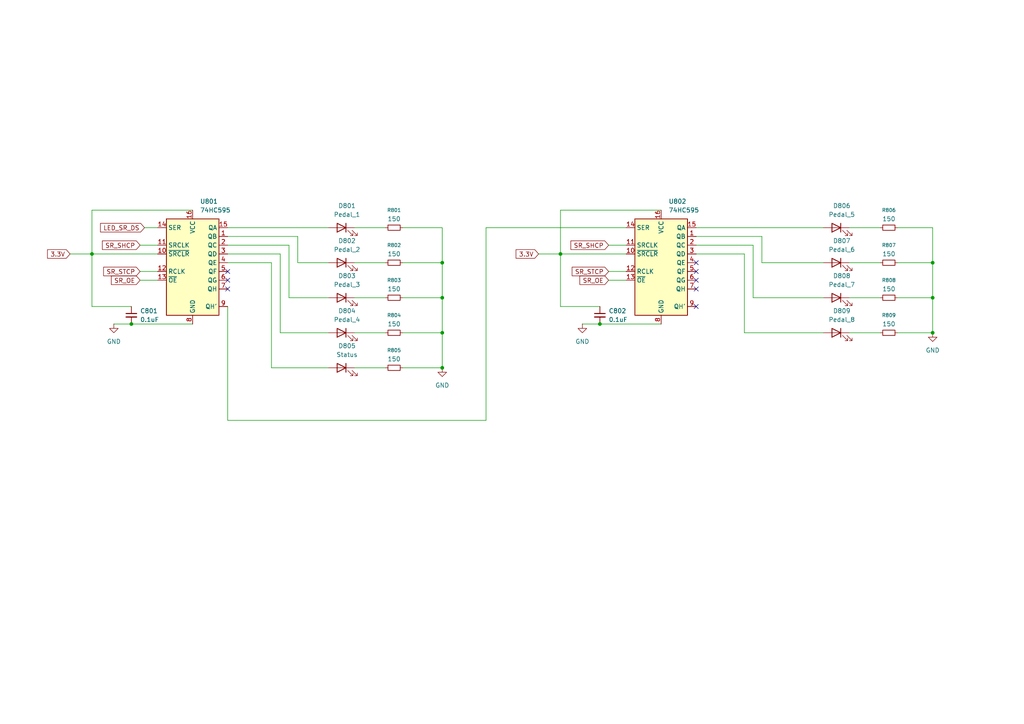
<source format=kicad_sch>
(kicad_sch (version 20250114) (generator "eeschema") (generator_version "9.0")
  (paper "A4")
  (lib_symbols
    (symbol "74xx:74HC595"
      (property "Reference" "U" (at -7.62 13.97 0))
      (property "Value" "74HC595" (at -7.62 -16.51 0))
      (symbol "74HC595_1_0"
        (pin input line (at -10.16 10.16 0) (length 2.54) (name "SER") (number "14"))
        (pin input line (at -10.16 5.08 0) (length 2.54) (name "SRCLK") (number "11"))
        (pin input line (at -10.16 2.54 0) (length 2.54) (name "~{SRCLR}") (number "10"))
        (pin input line (at -10.16 -2.54 0) (length 2.54) (name "RCLK") (number "12"))
        (pin input line (at -10.16 -5.08 0) (length 2.54) (name "~{OE}") (number "13"))
        (pin power_in line (at 0 15.24 270) (length 2.54) (name "VCC") (number "16"))
        (pin power_in line (at 0 -17.78 90) (length 2.54) (name "GND") (number "8"))
        (pin tri_state line (at 10.16 10.16 180) (length 2.54) (name "QA") (number "15"))
        (pin tri_state line (at 10.16 7.62 180) (length 2.54) (name "QB") (number "1"))
        (pin tri_state line (at 10.16 5.08 180) (length 2.54) (name "QC") (number "2"))
        (pin tri_state line (at 10.16 2.54 180) (length 2.54) (name "QD") (number "3"))
        (pin tri_state line (at 10.16 0 180) (length 2.54) (name "QE") (number "4"))
        (pin tri_state line (at 10.16 -2.54 180) (length 2.54) (name "QF") (number "5"))
        (pin tri_state line (at 10.16 -5.08 180) (length 2.54) (name "QG") (number "6"))
        (pin tri_state line (at 10.16 -7.62 180) (length 2.54) (name "QH") (number "7"))
        (pin output line (at 10.16 -12.7 180) (length 2.54) (name "QH'") (number "9"))
      )
      (symbol "74HC595_1_1"
        (rectangle (start -7.62 12.7) (end 7.62 -15.24) (stroke (width 0.254)) (fill (type background)))
      )
    )
    (symbol "Device:C_Small" (pin_numbers (hide yes)) (pin_names (offset 0.254) (hide yes))
      (property "Reference" "C" (at 0.254 1.778 0))
      (property "Value" "C_Small" (at 0.254 -2.032 0))
      (symbol "C_Small_0_1"
        (polyline (pts (xy -1.524 0.508) (xy 1.524 0.508)) (stroke (width 0.3048)))
        (polyline (pts (xy -1.524 -0.508) (xy 1.524 -0.508)) (stroke (width 0.3302)))
      )
      (symbol "C_Small_1_1"
        (pin passive line (at 0 2.54 270) (length 2.032) (name "~") (number "1"))
        (pin passive line (at 0 -2.54 90) (length 2.032) (name "~") (number "2"))
      )
    )
    (symbol "Device:LED" (pin_numbers (hide yes)) (pin_names (offset 1.016) (hide yes))
      (property "Reference" "D" (at 0 2.54 0))
      (property "Value" "LED" (at 0 -2.54 0))
      (symbol "LED_0_1"
        (polyline (pts (xy -3.048 -0.762) (xy -4.572 -2.286) (xy -3.81 -2.286) (xy -4.572 -2.286) (xy -4.572 -1.524)))
        (polyline (pts (xy -1.778 -0.762) (xy -3.302 -2.286) (xy -2.54 -2.286) (xy -3.302 -2.286) (xy -3.302 -1.524)))
        (polyline (pts (xy -1.27 0) (xy 1.27 0)))
        (polyline (pts (xy -1.27 -1.27) (xy -1.27 1.27)) (stroke (width 0.254)))
        (polyline (pts (xy 1.27 -1.27) (xy 1.27 1.27) (xy -1.27 0) (xy 1.27 -1.27)) (stroke (width 0.254)))
      )
      (symbol "LED_1_1"
        (pin passive line (at -3.81 0 0) (length 2.54) (name "K") (number "1"))
        (pin passive line (at 3.81 0 180) (length 2.54) (name "A") (number "2"))
      )
    )
    (symbol "Device:R_Small" (pin_numbers (hide yes)) (pin_names (offset 0.254) (hide yes))
      (property "Reference" "R" (at 0 0 90))
      (property "Value" "R_Small" (at 1.778 0 90))
      (symbol "R_Small_0_1"
        (rectangle (start -0.762 1.778) (end 0.762 -1.778) (stroke (width 0.2032)))
      )
      (symbol "R_Small_1_1"
        (pin passive line (at 0 2.54 270) (length 0.762) (name "~") (number "1"))
        (pin passive line (at 0 -2.54 90) (length 0.762) (name "~") (number "2"))
      )
    )
    (symbol "GND_1" (power) (pin_numbers (hide yes)) (pin_names (offset 0) (hide yes))
      (property "Value" "GND" (at 0 -3.81 0))
      (symbol "GND_1_0_1"
        (polyline (pts (xy 0 0) (xy 0 -1.27) (xy 1.27 -1.27) (xy 0 -2.54) (xy -1.27 -1.27) (xy 0 -1.27)))
      )
      (symbol "GND_1_1_1"
        (pin power_in line (at 0 0 270) (length 0) (name "~") (number "1"))
      )
    )
    (symbol "power:GND" (power) (pin_numbers (hide yes)) (pin_names (offset 0) (hide yes))
      (property "Value" "GND" (at 0 -3.81 0))
      (symbol "GND_0_1"
        (polyline (pts (xy 0 0) (xy 0 -1.27) (xy 1.27 -1.27) (xy 0 -2.54) (xy -1.27 -1.27) (xy 0 -1.27)))
      )
      (symbol "GND_1_1"
        (pin power_in line (at 0 0 270) (length 0) (name "~") (number "1"))
      )
    )
  )
  (junction (at 162.56 73.66))
  (junction (at 128.27 96.52))
  (junction (at 270.51 76.2))
  (junction (at 26.67 73.66))
  (junction (at 128.27 86.36))
  (junction (at 128.27 76.2))
  (junction (at 270.51 96.52))
  (junction (at 128.27 106.68))
  (junction (at 38.1 93.98))
  (junction (at 173.99 93.98))
  (junction (at 270.51 86.36))
  (no_connect (at 201.93 81.28))
  (no_connect (at 66.04 83.82))
  (no_connect (at 66.04 81.28))
  (no_connect (at 201.93 76.2))
  (no_connect (at 201.93 78.74))
  (no_connect (at 201.93 88.9))
  (no_connect (at 66.04 78.74))
  (no_connect (at 201.93 83.82))
  (wire (pts (xy 83.82 71.12) (xy 66.04 71.12)))
  (wire (pts (xy 66.04 88.9) (xy 66.04 121.92)))
  (wire (pts (xy 38.1 88.9) (xy 26.67 88.9)))
  (wire (pts (xy 55.88 60.96) (xy 26.67 60.96)))
  (wire (pts (xy 95.25 86.36) (xy 83.82 86.36)))
  (wire (pts (xy 162.56 73.66) (xy 162.56 88.9)))
  (wire (pts (xy 246.38 66.04) (xy 255.27 66.04)))
  (wire (pts (xy 83.82 86.36) (xy 83.82 71.12)))
  (wire (pts (xy 246.38 96.52) (xy 255.27 96.52)))
  (wire (pts (xy 238.76 96.52) (xy 215.9 96.52)))
  (wire (pts (xy 26.67 73.66) (xy 45.72 73.66)))
  (wire (pts (xy 41.91 66.04) (xy 45.72 66.04)))
  (wire (pts (xy 81.28 96.52) (xy 81.28 73.66)))
  (wire (pts (xy 270.51 76.2) (xy 270.51 86.36)))
  (wire (pts (xy 181.61 71.12) (xy 176.53 71.12)))
  (wire (pts (xy 260.35 86.36) (xy 270.51 86.36)))
  (wire (pts (xy 95.25 76.2) (xy 86.36 76.2)))
  (wire (pts (xy 33.02 93.98) (xy 38.1 93.98)))
  (wire (pts (xy 66.04 121.92) (xy 140.97 121.92)))
  (wire (pts (xy 246.38 76.2) (xy 255.27 76.2)))
  (wire (pts (xy 191.77 60.96) (xy 162.56 60.96)))
  (wire (pts (xy 246.38 86.36) (xy 255.27 86.36)))
  (wire (pts (xy 102.87 86.36) (xy 111.76 86.36)))
  (wire (pts (xy 116.84 96.52) (xy 128.27 96.52)))
  (wire (pts (xy 102.87 96.52) (xy 111.76 96.52)))
  (wire (pts (xy 220.98 76.2) (xy 220.98 68.58)))
  (wire (pts (xy 38.1 93.98) (xy 55.88 93.98)))
  (wire (pts (xy 66.04 66.04) (xy 95.25 66.04)))
  (wire (pts (xy 45.72 71.12) (xy 40.64 71.12)))
  (wire (pts (xy 116.84 66.04) (xy 128.27 66.04)))
  (wire (pts (xy 128.27 76.2) (xy 128.27 86.36)))
  (wire (pts (xy 176.53 78.74) (xy 181.61 78.74)))
  (wire (pts (xy 176.53 81.28) (xy 181.61 81.28)))
  (wire (pts (xy 238.76 76.2) (xy 220.98 76.2)))
  (wire (pts (xy 168.91 93.98) (xy 173.99 93.98)))
  (wire (pts (xy 95.25 96.52) (xy 81.28 96.52)))
  (wire (pts (xy 270.51 86.36) (xy 270.51 96.52)))
  (wire (pts (xy 128.27 86.36) (xy 128.27 96.52)))
  (wire (pts (xy 270.51 66.04) (xy 270.51 76.2)))
  (wire (pts (xy 140.97 121.92) (xy 140.97 66.04)))
  (wire (pts (xy 173.99 93.98) (xy 191.77 93.98)))
  (wire (pts (xy 86.36 76.2) (xy 86.36 68.58)))
  (wire (pts (xy 78.74 106.68) (xy 78.74 76.2)))
  (wire (pts (xy 116.84 86.36) (xy 128.27 86.36)))
  (wire (pts (xy 260.35 96.52) (xy 270.51 96.52)))
  (wire (pts (xy 78.74 76.2) (xy 66.04 76.2)))
  (wire (pts (xy 102.87 106.68) (xy 111.76 106.68)))
  (wire (pts (xy 128.27 66.04) (xy 128.27 76.2)))
  (wire (pts (xy 20.32 73.66) (xy 26.67 73.66)))
  (wire (pts (xy 260.35 66.04) (xy 270.51 66.04)))
  (wire (pts (xy 173.99 88.9) (xy 162.56 88.9)))
  (wire (pts (xy 215.9 73.66) (xy 201.93 73.66)))
  (wire (pts (xy 201.93 68.58) (xy 220.98 68.58)))
  (wire (pts (xy 26.67 60.96) (xy 26.67 73.66)))
  (wire (pts (xy 218.44 86.36) (xy 218.44 71.12)))
  (wire (pts (xy 95.25 106.68) (xy 78.74 106.68)))
  (wire (pts (xy 26.67 73.66) (xy 26.67 88.9)))
  (wire (pts (xy 102.87 76.2) (xy 111.76 76.2)))
  (wire (pts (xy 162.56 73.66) (xy 181.61 73.66)))
  (wire (pts (xy 116.84 106.68) (xy 128.27 106.68)))
  (wire (pts (xy 116.84 76.2) (xy 128.27 76.2)))
  (wire (pts (xy 201.93 66.04) (xy 238.76 66.04)))
  (wire (pts (xy 218.44 71.12) (xy 201.93 71.12)))
  (wire (pts (xy 140.97 66.04) (xy 181.61 66.04)))
  (wire (pts (xy 128.27 96.52) (xy 128.27 106.68)))
  (wire (pts (xy 81.28 73.66) (xy 66.04 73.66)))
  (wire (pts (xy 86.36 68.58) (xy 66.04 68.58)))
  (wire (pts (xy 156.21 73.66) (xy 162.56 73.66)))
  (wire (pts (xy 162.56 60.96) (xy 162.56 73.66)))
  (wire (pts (xy 102.87 66.04) (xy 111.76 66.04)))
  (wire (pts (xy 40.64 78.74) (xy 45.72 78.74)))
  (wire (pts (xy 238.76 86.36) (xy 218.44 86.36)))
  (wire (pts (xy 215.9 96.52) (xy 215.9 73.66)))
  (wire (pts (xy 260.35 76.2) (xy 270.51 76.2)))
  (wire (pts (xy 40.64 81.28) (xy 45.72 81.28)))
  (global_label "SR_SHCP" (shape input) (at 40.64 71.12 180) (property "Intersheetrefs" "${INTERSHEET_REFS}" (effects (hide yes))))
  (global_label "SR_OE" (shape input) (at 40.64 81.28 180) (property "Intersheetrefs" "${INTERSHEET_REFS}" (effects (hide yes))))
  (global_label "LED_SR_DS" (shape input) (at 41.91 66.04 180) (property "Intersheetrefs" "${INTERSHEET_REFS}" (effects (hide yes))))
  (global_label "SR_STCP" (shape input) (at 40.64 78.74 180) (property "Intersheetrefs" "${INTERSHEET_REFS}" (effects (hide yes))))
  (global_label "SR_STCP" (shape input) (at 176.53 78.74 180) (property "Intersheetrefs" "${INTERSHEET_REFS}" (effects (hide yes))))
  (global_label "3.3V" (shape input) (at 156.21 73.66 180) (property "Intersheetrefs" "${INTERSHEET_REFS}" (effects (hide yes))))
  (global_label "SR_SHCP" (shape input) (at 176.53 71.12 180) (property "Intersheetrefs" "${INTERSHEET_REFS}" (effects (hide yes))))
  (global_label "3.3V" (shape input) (at 20.32 73.66 180) (property "Intersheetrefs" "${INTERSHEET_REFS}" (effects (hide yes))))
  (global_label "SR_OE" (shape input) (at 176.53 81.28 180) (property "Intersheetrefs" "${INTERSHEET_REFS}" (effects (hide yes))))
  (symbol (lib_id "Device:R_Small") (at 114.3 106.68 270) (unit 1)
    (property "Reference" "R805" (at 114.3 101.6 90) (effects (font (size 1.016 1.016))))
    (property "Value" "150" (at 114.3 104.14 90))
    (property "Footprint" "Resistor_THT:R_Axial_DIN0204_L3.6mm_D1.6mm_P5.08mm_Horizontal" (effects (hide yes)))
    (property "Description" "Resistor, small symbol" (effects (hide yes)))
  )
  (symbol (lib_id "Device:R_Small") (at 114.3 96.52 270) (unit 1)
    (property "Reference" "R804" (at 114.3 91.44 90) (effects (font (size 1.016 1.016))))
    (property "Value" "150" (at 114.3 93.98 90))
    (property "Footprint" "Resistor_THT:R_Axial_DIN0204_L3.6mm_D1.6mm_P5.08mm_Horizontal" (effects (hide yes)))
    (property "Description" "Resistor, small symbol" (effects (hide yes)))
  )
  (symbol (lib_id "Device:LED") (at 99.06 76.2 0) (mirror y) (unit 1)
    (property "Reference" "D802" (at 100.6475 69.85 0))
    (property "Value" "Pedal_2" (at 100.6475 72.39 0))
    (property "Footprint" "Connector_Wire:SolderWire-0.1sqmm_1x02_P3.6mm_D0.4mm_OD1mm" (effects (hide yes)))
    (property "Description" "Light emitting diode" (effects (hide yes)))
    (property "Sim.Pins" "1=K 2=A" (effects (hide yes)))
  )
  (symbol (lib_id "Device:R_Small") (at 257.81 76.2 270) (unit 1)
    (property "Reference" "R807" (at 257.81 71.12 90) (effects (font (size 1.016 1.016))))
    (property "Value" "150" (at 257.81 73.66 90))
    (property "Footprint" "Resistor_THT:R_Axial_DIN0204_L3.6mm_D1.6mm_P5.08mm_Horizontal" (effects (hide yes)))
    (property "Description" "Resistor, small symbol" (effects (hide yes)))
  )
  (symbol (lib_id "power:GND") (at 128.27 106.68 0) (unit 1)
    (property "Reference" "#PWR0802" (effects (hide yes)))
    (property "Value" "GND" (at 128.27 111.76 0))
    (property "Description" "Power symbol creates a global label with name \"GND\" , ground" (effects (hide yes)))
  )
  (symbol (lib_id "power:GND") (at 270.51 96.52 0) (unit 1)
    (property "Reference" "#PWR0804" (effects (hide yes)))
    (property "Value" "GND" (at 270.51 101.6 0))
    (property "Description" "Power symbol creates a global label with name \"GND\" , ground" (effects (hide yes)))
  )
  (symbol (lib_id "Device:C_Small") (at 38.1 91.44 0) (unit 1)
    (property "Reference" "C801" (at 40.64 90.1762 0) (effects (justify left)))
    (property "Value" "0.1uF" (at 40.64 92.7162 0) (effects (justify left)))
    (property "Footprint" "Capacitor_THT:C_Axial_L3.8mm_D2.6mm_P7.50mm_Horizontal" (effects (hide yes)))
    (property "Description" "Unpolarized capacitor, small symbol" (effects (hide yes)))
  )
  (symbol (lib_id "Device:LED") (at 242.57 86.36 0) (mirror y) (unit 1)
    (property "Reference" "D808" (at 244.1575 80.01 0))
    (property "Value" "Pedal_7" (at 244.1575 82.55 0))
    (property "Footprint" "Connector_Wire:SolderWire-0.1sqmm_1x02_P3.6mm_D0.4mm_OD1mm" (effects (hide yes)))
    (property "Description" "Light emitting diode" (effects (hide yes)))
    (property "Sim.Pins" "1=K 2=A" (effects (hide yes)))
  )
  (symbol (lib_id "Device:C_Small") (at 173.99 91.44 0) (unit 1)
    (property "Reference" "C802" (at 176.53 90.1762 0) (effects (justify left)))
    (property "Value" "0.1uF" (at 176.53 92.7162 0) (effects (justify left)))
    (property "Footprint" "Capacitor_THT:C_Axial_L3.8mm_D2.6mm_P7.50mm_Horizontal" (effects (hide yes)))
    (property "Description" "Unpolarized capacitor, small symbol" (effects (hide yes)))
  )
  (symbol (lib_id "Device:R_Small") (at 114.3 66.04 270) (unit 1)
    (property "Reference" "R801" (at 114.3 60.96 90) (effects (font (size 1.016 1.016))))
    (property "Value" "150" (at 114.3 63.5 90))
    (property "Footprint" "Resistor_THT:R_Axial_DIN0204_L3.6mm_D1.6mm_P5.08mm_Horizontal" (effects (hide yes)))
    (property "Description" "Resistor, small symbol" (effects (hide yes)))
  )
  (symbol (lib_name "GND_1") (lib_id "power:GND") (at 168.91 93.98 0) (unit 1)
    (property "Reference" "#PWR0803" (effects (hide yes)))
    (property "Value" "GND" (at 168.91 99.06 0))
    (property "Description" "Power symbol creates a global label with name \"GND\" , ground" (effects (hide yes)))
  )
  (symbol (lib_id "Device:LED") (at 99.06 96.52 0) (mirror y) (unit 1)
    (property "Reference" "D804" (at 100.6475 90.17 0))
    (property "Value" "Pedal_4" (at 100.6475 92.71 0))
    (property "Footprint" "Connector_Wire:SolderWire-0.1sqmm_1x02_P3.6mm_D0.4mm_OD1mm" (effects (hide yes)))
    (property "Description" "Light emitting diode" (effects (hide yes)))
    (property "Sim.Pins" "1=K 2=A" (effects (hide yes)))
  )
  (symbol (lib_id "Device:LED") (at 99.06 66.04 0) (mirror y) (unit 1)
    (property "Reference" "D801" (at 100.6475 59.69 0))
    (property "Value" "Pedal_1" (at 100.6475 62.23 0))
    (property "Footprint" "Connector_Wire:SolderWire-0.1sqmm_1x02_P3.6mm_D0.4mm_OD1mm" (effects (hide yes)))
    (property "Description" "Light emitting diode" (effects (hide yes)))
    (property "Sim.Pins" "1=K 2=A" (effects (hide yes)))
  )
  (symbol (lib_id "Device:LED") (at 242.57 96.52 0) (mirror y) (unit 1)
    (property "Reference" "D809" (at 244.1575 90.17 0))
    (property "Value" "Pedal_8" (at 244.1575 92.71 0))
    (property "Footprint" "Connector_Wire:SolderWire-0.1sqmm_1x02_P3.6mm_D0.4mm_OD1mm" (effects (hide yes)))
    (property "Description" "Light emitting diode" (effects (hide yes)))
    (property "Sim.Pins" "1=K 2=A" (effects (hide yes)))
  )
  (symbol (lib_id "Device:LED") (at 99.06 86.36 0) (mirror y) (unit 1)
    (property "Reference" "D803" (at 100.6475 80.01 0))
    (property "Value" "Pedal_3" (at 100.6475 82.55 0))
    (property "Footprint" "Connector_Wire:SolderWire-0.1sqmm_1x02_P3.6mm_D0.4mm_OD1mm" (effects (hide yes)))
    (property "Description" "Light emitting diode" (effects (hide yes)))
    (property "Sim.Pins" "1=K 2=A" (effects (hide yes)))
  )
  (symbol (lib_id "Device:LED") (at 242.57 76.2 0) (mirror y) (unit 1)
    (property "Reference" "D807" (at 244.1575 69.85 0))
    (property "Value" "Pedal_6" (at 244.1575 72.39 0))
    (property "Footprint" "Connector_Wire:SolderWire-0.1sqmm_1x02_P3.6mm_D0.4mm_OD1mm" (effects (hide yes)))
    (property "Description" "Light emitting diode" (effects (hide yes)))
    (property "Sim.Pins" "1=K 2=A" (effects (hide yes)))
  )
  (symbol (lib_id "Device:R_Small") (at 257.81 96.52 270) (unit 1)
    (property "Reference" "R809" (at 257.81 91.44 90) (effects (font (size 1.016 1.016))))
    (property "Value" "150" (at 257.81 93.98 90))
    (property "Footprint" "Resistor_THT:R_Axial_DIN0204_L3.6mm_D1.6mm_P5.08mm_Horizontal" (effects (hide yes)))
    (property "Description" "Resistor, small symbol" (effects (hide yes)))
  )
  (symbol (lib_name "GND_1") (lib_id "power:GND") (at 33.02 93.98 0) (unit 1)
    (property "Reference" "#PWR0801" (effects (hide yes)))
    (property "Value" "GND" (at 33.02 99.06 0))
    (property "Description" "Power symbol creates a global label with name \"GND\" , ground" (effects (hide yes)))
  )
  (symbol (lib_id "Device:R_Small") (at 114.3 86.36 270) (unit 1)
    (property "Reference" "R803" (at 114.3 81.28 90) (effects (font (size 1.016 1.016))))
    (property "Value" "150" (at 114.3 83.82 90))
    (property "Footprint" "Resistor_THT:R_Axial_DIN0204_L3.6mm_D1.6mm_P5.08mm_Horizontal" (effects (hide yes)))
    (property "Description" "Resistor, small symbol" (effects (hide yes)))
  )
  (symbol (lib_id "Device:LED") (at 99.06 106.68 0) (mirror y) (unit 1)
    (property "Reference" "D805" (at 100.6475 100.33 0))
    (property "Value" "Status" (at 100.6475 102.87 0))
    (property "Footprint" "Connector_Wire:SolderWire-0.1sqmm_1x02_P3.6mm_D0.4mm_OD1mm" (effects (hide yes)))
    (property "Description" "Light emitting diode" (effects (hide yes)))
    (property "Sim.Pins" "1=K 2=A" (effects (hide yes)))
  )
  (symbol (lib_id "Device:R_Small") (at 257.81 66.04 270) (unit 1)
    (property "Reference" "R806" (at 257.81 60.96 90) (effects (font (size 1.016 1.016))))
    (property "Value" "150" (at 257.81 63.5 90))
    (property "Footprint" "Resistor_THT:R_Axial_DIN0204_L3.6mm_D1.6mm_P5.08mm_Horizontal" (effects (hide yes)))
    (property "Description" "Resistor, small symbol" (effects (hide yes)))
  )
  (symbol (lib_id "Device:LED") (at 242.57 66.04 0) (mirror y) (unit 1)
    (property "Reference" "D806" (at 244.1575 59.69 0))
    (property "Value" "Pedal_5" (at 244.1575 62.23 0))
    (property "Footprint" "Connector_Wire:SolderWire-0.1sqmm_1x02_P3.6mm_D0.4mm_OD1mm" (effects (hide yes)))
    (property "Description" "Light emitting diode" (effects (hide yes)))
    (property "Sim.Pins" "1=K 2=A" (effects (hide yes)))
  )
  (symbol (lib_id "Device:R_Small") (at 257.81 86.36 270) (unit 1)
    (property "Reference" "R808" (at 257.81 81.28 90) (effects (font (size 1.016 1.016))))
    (property "Value" "150" (at 257.81 83.82 90))
    (property "Footprint" "Resistor_THT:R_Axial_DIN0204_L3.6mm_D1.6mm_P5.08mm_Horizontal" (effects (hide yes)))
    (property "Description" "Resistor, small symbol" (effects (hide yes)))
  )
  (symbol (lib_id "74xx:74HC595") (at 191.77 76.2 0) (unit 1)
    (property "Reference" "U802" (at 193.9133 58.42 0) (effects (justify left)))
    (property "Value" "74HC595" (at 193.9133 60.96 0) (effects (justify left)))
    (property "Footprint" "Package_DIP:CERDIP-16_W7.62mm_SideBrazed" (effects (hide yes)))
    (property "Datasheet" "http://www.ti.com/lit/ds/symlink/sn74hc595.pdf" (effects (hide yes)))
    (property "Description" "8-bit serial in/out Shift Register 3-State Outputs" (effects (hide yes)))
  )
  (symbol (lib_id "Device:R_Small") (at 114.3 76.2 270) (unit 1)
    (property "Reference" "R802" (at 114.3 71.12 90) (effects (font (size 1.016 1.016))))
    (property "Value" "150" (at 114.3 73.66 90))
    (property "Footprint" "Resistor_THT:R_Axial_DIN0204_L3.6mm_D1.6mm_P5.08mm_Horizontal" (effects (hide yes)))
    (property "Description" "Resistor, small symbol" (effects (hide yes)))
  )
  (symbol (lib_id "74xx:74HC595") (at 55.88 76.2 0) (unit 1)
    (property "Reference" "U801" (at 58.0233 58.42 0) (effects (justify left)))
    (property "Value" "74HC595" (at 58.0233 60.96 0) (effects (justify left)))
    (property "Footprint" "Package_DIP:CERDIP-16_W7.62mm_SideBrazed" (effects (hide yes)))
    (property "Datasheet" "http://www.ti.com/lit/ds/symlink/sn74hc595.pdf" (effects (hide yes)))
    (property "Description" "8-bit serial in/out Shift Register 3-State Outputs" (effects (hide yes)))
  )
)
</source>
